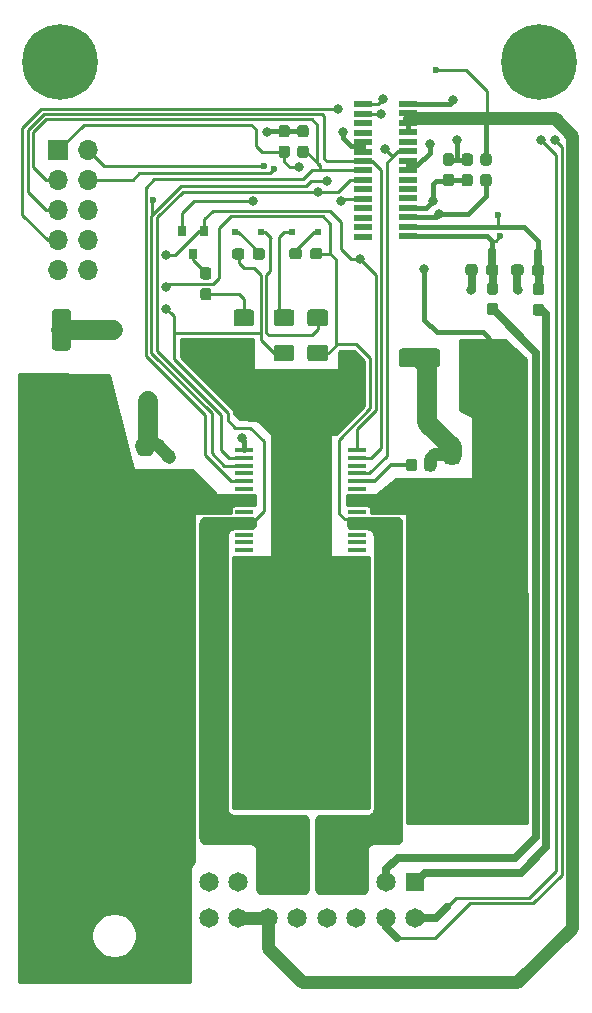
<source format=gbr>
G04 #@! TF.GenerationSoftware,KiCad,Pcbnew,(5.1.6)-1*
G04 #@! TF.CreationDate,2020-12-13T22:16:35+01:00*
G04 #@! TF.ProjectId,ETBC_2020,45544243-5f32-4303-9230-2e6b69636164,rev?*
G04 #@! TF.SameCoordinates,Original*
G04 #@! TF.FileFunction,Copper,L1,Top*
G04 #@! TF.FilePolarity,Positive*
%FSLAX46Y46*%
G04 Gerber Fmt 4.6, Leading zero omitted, Abs format (unit mm)*
G04 Created by KiCad (PCBNEW (5.1.6)-1) date 2020-12-13 22:16:35*
%MOMM*%
%LPD*%
G01*
G04 APERTURE LIST*
G04 #@! TA.AperFunction,ComponentPad*
%ADD10O,1.700000X1.700000*%
G04 #@! TD*
G04 #@! TA.AperFunction,ComponentPad*
%ADD11R,1.700000X1.700000*%
G04 #@! TD*
G04 #@! TA.AperFunction,SMDPad,CuDef*
%ADD12R,1.500000X0.550000*%
G04 #@! TD*
G04 #@! TA.AperFunction,ComponentPad*
%ADD13R,1.650000X1.650000*%
G04 #@! TD*
G04 #@! TA.AperFunction,ComponentPad*
%ADD14C,1.650000*%
G04 #@! TD*
G04 #@! TA.AperFunction,ComponentPad*
%ADD15C,0.800000*%
G04 #@! TD*
G04 #@! TA.AperFunction,ComponentPad*
%ADD16C,6.400000*%
G04 #@! TD*
G04 #@! TA.AperFunction,SMDPad,CuDef*
%ADD17R,6.000000X5.000000*%
G04 #@! TD*
G04 #@! TA.AperFunction,SMDPad,CuDef*
%ADD18R,0.800000X0.900000*%
G04 #@! TD*
G04 #@! TA.AperFunction,SMDPad,CuDef*
%ADD19R,0.500000X0.500000*%
G04 #@! TD*
G04 #@! TA.AperFunction,SMDPad,CuDef*
%ADD20R,1.650000X0.450000*%
G04 #@! TD*
G04 #@! TA.AperFunction,SMDPad,CuDef*
%ADD21R,4.800000X5.900000*%
G04 #@! TD*
G04 #@! TA.AperFunction,ViaPad*
%ADD22C,0.800000*%
G04 #@! TD*
G04 #@! TA.AperFunction,ViaPad*
%ADD23C,0.600000*%
G04 #@! TD*
G04 #@! TA.AperFunction,Conductor*
%ADD24C,0.635000*%
G04 #@! TD*
G04 #@! TA.AperFunction,Conductor*
%ADD25C,0.431800*%
G04 #@! TD*
G04 #@! TA.AperFunction,Conductor*
%ADD26C,1.651000*%
G04 #@! TD*
G04 #@! TA.AperFunction,Conductor*
%ADD27C,1.092200*%
G04 #@! TD*
G04 #@! TA.AperFunction,Conductor*
%ADD28C,0.250000*%
G04 #@! TD*
G04 #@! TA.AperFunction,Conductor*
%ADD29C,0.350000*%
G04 #@! TD*
G04 #@! TA.AperFunction,Conductor*
%ADD30C,0.254000*%
G04 #@! TD*
G04 APERTURE END LIST*
G04 #@! TA.AperFunction,SMDPad,CuDef*
G36*
G01*
X111925000Y-53025000D02*
X111925000Y-54125000D01*
G75*
G02*
X111675000Y-54375000I-250000J0D01*
G01*
X108675000Y-54375000D01*
G75*
G02*
X108425000Y-54125000I0J250000D01*
G01*
X108425000Y-53025000D01*
G75*
G02*
X108675000Y-52775000I250000J0D01*
G01*
X111675000Y-52775000D01*
G75*
G02*
X111925000Y-53025000I0J-250000D01*
G01*
G37*
G04 #@! TD.AperFunction*
G04 #@! TA.AperFunction,SMDPad,CuDef*
G36*
G01*
X117325000Y-53025000D02*
X117325000Y-54125000D01*
G75*
G02*
X117075000Y-54375000I-250000J0D01*
G01*
X114075000Y-54375000D01*
G75*
G02*
X113825000Y-54125000I0J250000D01*
G01*
X113825000Y-53025000D01*
G75*
G02*
X114075000Y-52775000I250000J0D01*
G01*
X117075000Y-52775000D01*
G75*
G02*
X117325000Y-53025000I0J-250000D01*
G01*
G37*
G04 #@! TD.AperFunction*
D10*
X82115000Y-46135000D03*
X79575000Y-46135000D03*
X82115000Y-43595000D03*
X79575000Y-43595000D03*
X82115000Y-41055000D03*
X79575000Y-41055000D03*
X82115000Y-38515000D03*
X79575000Y-38515000D03*
X82115000Y-35975000D03*
D11*
X79575000Y-35975000D03*
D12*
X109175000Y-32074600D03*
X105375000Y-32100000D03*
X109175000Y-32874600D03*
X105375000Y-32900000D03*
X109175000Y-33674600D03*
X105375000Y-33700000D03*
X109175000Y-34474600D03*
X105375000Y-34500000D03*
X109175000Y-35274600D03*
X105375000Y-35300000D03*
X109175000Y-36074600D03*
X105375000Y-36100000D03*
X109175000Y-36874600D03*
X105375000Y-36900000D03*
X109175000Y-37674600D03*
X105375000Y-37700000D03*
X109175000Y-38474600D03*
X105375000Y-38500000D03*
X109175000Y-39274600D03*
X105375000Y-39300000D03*
X109175000Y-40074600D03*
X105375000Y-40100000D03*
X109175000Y-40874600D03*
X105375000Y-40900000D03*
X109175000Y-41674600D03*
X105375000Y-41700000D03*
X109175000Y-42474600D03*
X105375000Y-42500000D03*
X109175000Y-43274600D03*
X105375000Y-43300000D03*
G04 #@! TA.AperFunction,SMDPad,CuDef*
G36*
G01*
X114449900Y-37302500D02*
X113974900Y-37302500D01*
G75*
G02*
X113737400Y-37065000I0J237500D01*
G01*
X113737400Y-36490000D01*
G75*
G02*
X113974900Y-36252500I237500J0D01*
G01*
X114449900Y-36252500D01*
G75*
G02*
X114687400Y-36490000I0J-237500D01*
G01*
X114687400Y-37065000D01*
G75*
G02*
X114449900Y-37302500I-237500J0D01*
G01*
G37*
G04 #@! TD.AperFunction*
G04 #@! TA.AperFunction,SMDPad,CuDef*
G36*
G01*
X114449900Y-39052500D02*
X113974900Y-39052500D01*
G75*
G02*
X113737400Y-38815000I0J237500D01*
G01*
X113737400Y-38240000D01*
G75*
G02*
X113974900Y-38002500I237500J0D01*
G01*
X114449900Y-38002500D01*
G75*
G02*
X114687400Y-38240000I0J-237500D01*
G01*
X114687400Y-38815000D01*
G75*
G02*
X114449900Y-39052500I-237500J0D01*
G01*
G37*
G04 #@! TD.AperFunction*
D13*
X109825000Y-97975000D03*
D14*
X107325000Y-97975000D03*
X104825000Y-97975000D03*
X102325000Y-97975000D03*
X99825000Y-97975000D03*
X97325000Y-97975000D03*
X94825000Y-97975000D03*
X92325000Y-97975000D03*
X89825000Y-97975000D03*
X109825000Y-100975000D03*
X107325000Y-100975000D03*
X104825000Y-100975000D03*
X102325000Y-100975000D03*
X99825000Y-100975000D03*
X97325000Y-100975000D03*
X94825000Y-100975000D03*
X92325000Y-100975000D03*
X89825000Y-100975000D03*
D15*
X101697056Y-86302944D03*
X100000000Y-85600000D03*
X98302944Y-86302944D03*
X97600000Y-88000000D03*
X98302944Y-89697056D03*
X100000000Y-90400000D03*
X101697056Y-89697056D03*
X102400000Y-88000000D03*
D16*
X100000000Y-88000000D03*
D17*
X82200000Y-78575000D03*
X114200000Y-78575000D03*
D15*
X121997056Y-26802944D03*
X120300000Y-26100000D03*
X118602944Y-26802944D03*
X117900000Y-28500000D03*
X118602944Y-30197056D03*
X120300000Y-30900000D03*
X121997056Y-30197056D03*
X122700000Y-28500000D03*
D16*
X120300000Y-28500000D03*
D15*
X81397056Y-26802944D03*
X79700000Y-26100000D03*
X78002944Y-26802944D03*
X77300000Y-28500000D03*
X78002944Y-30197056D03*
X79700000Y-30900000D03*
X81397056Y-30197056D03*
X82100000Y-28500000D03*
D16*
X79700000Y-28500000D03*
G04 #@! TA.AperFunction,SMDPad,CuDef*
G36*
G01*
X100537500Y-34900000D02*
X100062500Y-34900000D01*
G75*
G02*
X99825000Y-34662500I0J237500D01*
G01*
X99825000Y-34087500D01*
G75*
G02*
X100062500Y-33850000I237500J0D01*
G01*
X100537500Y-33850000D01*
G75*
G02*
X100775000Y-34087500I0J-237500D01*
G01*
X100775000Y-34662500D01*
G75*
G02*
X100537500Y-34900000I-237500J0D01*
G01*
G37*
G04 #@! TD.AperFunction*
G04 #@! TA.AperFunction,SMDPad,CuDef*
G36*
G01*
X100537500Y-36650000D02*
X100062500Y-36650000D01*
G75*
G02*
X99825000Y-36412500I0J237500D01*
G01*
X99825000Y-35837500D01*
G75*
G02*
X100062500Y-35600000I237500J0D01*
G01*
X100537500Y-35600000D01*
G75*
G02*
X100775000Y-35837500I0J-237500D01*
G01*
X100775000Y-36412500D01*
G75*
G02*
X100537500Y-36650000I-237500J0D01*
G01*
G37*
G04 #@! TD.AperFunction*
G04 #@! TA.AperFunction,SMDPad,CuDef*
G36*
G01*
X98962500Y-34900000D02*
X98487500Y-34900000D01*
G75*
G02*
X98250000Y-34662500I0J237500D01*
G01*
X98250000Y-34087500D01*
G75*
G02*
X98487500Y-33850000I237500J0D01*
G01*
X98962500Y-33850000D01*
G75*
G02*
X99200000Y-34087500I0J-237500D01*
G01*
X99200000Y-34662500D01*
G75*
G02*
X98962500Y-34900000I-237500J0D01*
G01*
G37*
G04 #@! TD.AperFunction*
G04 #@! TA.AperFunction,SMDPad,CuDef*
G36*
G01*
X98962500Y-36650000D02*
X98487500Y-36650000D01*
G75*
G02*
X98250000Y-36412500I0J237500D01*
G01*
X98250000Y-35837500D01*
G75*
G02*
X98487500Y-35600000I237500J0D01*
G01*
X98962500Y-35600000D01*
G75*
G02*
X99200000Y-35837500I0J-237500D01*
G01*
X99200000Y-36412500D01*
G75*
G02*
X98962500Y-36650000I-237500J0D01*
G01*
G37*
G04 #@! TD.AperFunction*
G04 #@! TA.AperFunction,SMDPad,CuDef*
G36*
G01*
X113350001Y-62575000D02*
X112499999Y-62575000D01*
G75*
G02*
X112250000Y-62325001I0J249999D01*
G01*
X112250000Y-61249999D01*
G75*
G02*
X112499999Y-61000000I249999J0D01*
G01*
X113350001Y-61000000D01*
G75*
G02*
X113600000Y-61249999I0J-249999D01*
G01*
X113600000Y-62325001D01*
G75*
G02*
X113350001Y-62575000I-249999J0D01*
G01*
G37*
G04 #@! TD.AperFunction*
G04 #@! TA.AperFunction,SMDPad,CuDef*
G36*
G01*
X113350001Y-65450000D02*
X112499999Y-65450000D01*
G75*
G02*
X112250000Y-65200001I0J249999D01*
G01*
X112250000Y-64124999D01*
G75*
G02*
X112499999Y-63875000I249999J0D01*
G01*
X113350001Y-63875000D01*
G75*
G02*
X113600000Y-64124999I0J-249999D01*
G01*
X113600000Y-65200001D01*
G75*
G02*
X113350001Y-65450000I-249999J0D01*
G01*
G37*
G04 #@! TD.AperFunction*
G04 #@! TA.AperFunction,SMDPad,CuDef*
G36*
G01*
X87380001Y-61850000D02*
X86529999Y-61850000D01*
G75*
G02*
X86280000Y-61600001I0J249999D01*
G01*
X86280000Y-60524999D01*
G75*
G02*
X86529999Y-60275000I249999J0D01*
G01*
X87380001Y-60275000D01*
G75*
G02*
X87630000Y-60524999I0J-249999D01*
G01*
X87630000Y-61600001D01*
G75*
G02*
X87380001Y-61850000I-249999J0D01*
G01*
G37*
G04 #@! TD.AperFunction*
G04 #@! TA.AperFunction,SMDPad,CuDef*
G36*
G01*
X87380001Y-64725000D02*
X86529999Y-64725000D01*
G75*
G02*
X86280000Y-64475001I0J249999D01*
G01*
X86280000Y-63399999D01*
G75*
G02*
X86529999Y-63150000I249999J0D01*
G01*
X87380001Y-63150000D01*
G75*
G02*
X87630000Y-63399999I0J-249999D01*
G01*
X87630000Y-64475001D01*
G75*
G02*
X87380001Y-64725000I-249999J0D01*
G01*
G37*
G04 #@! TD.AperFunction*
G04 #@! TA.AperFunction,SMDPad,CuDef*
G36*
G01*
X80400000Y-52950000D02*
X79300000Y-52950000D01*
G75*
G02*
X79050000Y-52700000I0J250000D01*
G01*
X79050000Y-49700000D01*
G75*
G02*
X79300000Y-49450000I250000J0D01*
G01*
X80400000Y-49450000D01*
G75*
G02*
X80650000Y-49700000I0J-250000D01*
G01*
X80650000Y-52700000D01*
G75*
G02*
X80400000Y-52950000I-250000J0D01*
G01*
G37*
G04 #@! TD.AperFunction*
G04 #@! TA.AperFunction,SMDPad,CuDef*
G36*
G01*
X80400000Y-58350000D02*
X79300000Y-58350000D01*
G75*
G02*
X79050000Y-58100000I0J250000D01*
G01*
X79050000Y-55100000D01*
G75*
G02*
X79300000Y-54850000I250000J0D01*
G01*
X80400000Y-54850000D01*
G75*
G02*
X80650000Y-55100000I0J-250000D01*
G01*
X80650000Y-58100000D01*
G75*
G02*
X80400000Y-58350000I-250000J0D01*
G01*
G37*
G04 #@! TD.AperFunction*
G04 #@! TA.AperFunction,SMDPad,CuDef*
G36*
G01*
X95925000Y-50900000D02*
X94675000Y-50900000D01*
G75*
G02*
X94425000Y-50650000I0J250000D01*
G01*
X94425000Y-49725000D01*
G75*
G02*
X94675000Y-49475000I250000J0D01*
G01*
X95925000Y-49475000D01*
G75*
G02*
X96175000Y-49725000I0J-250000D01*
G01*
X96175000Y-50650000D01*
G75*
G02*
X95925000Y-50900000I-250000J0D01*
G01*
G37*
G04 #@! TD.AperFunction*
G04 #@! TA.AperFunction,SMDPad,CuDef*
G36*
G01*
X95925000Y-53875000D02*
X94675000Y-53875000D01*
G75*
G02*
X94425000Y-53625000I0J250000D01*
G01*
X94425000Y-52700000D01*
G75*
G02*
X94675000Y-52450000I250000J0D01*
G01*
X95925000Y-52450000D01*
G75*
G02*
X96175000Y-52700000I0J-250000D01*
G01*
X96175000Y-53625000D01*
G75*
G02*
X95925000Y-53875000I-250000J0D01*
G01*
G37*
G04 #@! TD.AperFunction*
G04 #@! TA.AperFunction,SMDPad,CuDef*
G36*
G01*
X100927200Y-52450000D02*
X102177200Y-52450000D01*
G75*
G02*
X102427200Y-52700000I0J-250000D01*
G01*
X102427200Y-53625000D01*
G75*
G02*
X102177200Y-53875000I-250000J0D01*
G01*
X100927200Y-53875000D01*
G75*
G02*
X100677200Y-53625000I0J250000D01*
G01*
X100677200Y-52700000D01*
G75*
G02*
X100927200Y-52450000I250000J0D01*
G01*
G37*
G04 #@! TD.AperFunction*
G04 #@! TA.AperFunction,SMDPad,CuDef*
G36*
G01*
X100927200Y-49475000D02*
X102177200Y-49475000D01*
G75*
G02*
X102427200Y-49725000I0J-250000D01*
G01*
X102427200Y-50650000D01*
G75*
G02*
X102177200Y-50900000I-250000J0D01*
G01*
X100927200Y-50900000D01*
G75*
G02*
X100677200Y-50650000I0J250000D01*
G01*
X100677200Y-49725000D01*
G75*
G02*
X100927200Y-49475000I250000J0D01*
G01*
G37*
G04 #@! TD.AperFunction*
G04 #@! TA.AperFunction,SMDPad,CuDef*
G36*
G01*
X98075000Y-52450000D02*
X99325000Y-52450000D01*
G75*
G02*
X99575000Y-52700000I0J-250000D01*
G01*
X99575000Y-53625000D01*
G75*
G02*
X99325000Y-53875000I-250000J0D01*
G01*
X98075000Y-53875000D01*
G75*
G02*
X97825000Y-53625000I0J250000D01*
G01*
X97825000Y-52700000D01*
G75*
G02*
X98075000Y-52450000I250000J0D01*
G01*
G37*
G04 #@! TD.AperFunction*
G04 #@! TA.AperFunction,SMDPad,CuDef*
G36*
G01*
X98075000Y-49475000D02*
X99325000Y-49475000D01*
G75*
G02*
X99575000Y-49725000I0J-250000D01*
G01*
X99575000Y-50650000D01*
G75*
G02*
X99325000Y-50900000I-250000J0D01*
G01*
X98075000Y-50900000D01*
G75*
G02*
X97825000Y-50650000I0J250000D01*
G01*
X97825000Y-49725000D01*
G75*
G02*
X98075000Y-49475000I250000J0D01*
G01*
G37*
G04 #@! TD.AperFunction*
G04 #@! TA.AperFunction,SMDPad,CuDef*
G36*
G01*
X91837500Y-47650000D02*
X92312500Y-47650000D01*
G75*
G02*
X92550000Y-47887500I0J-237500D01*
G01*
X92550000Y-48462500D01*
G75*
G02*
X92312500Y-48700000I-237500J0D01*
G01*
X91837500Y-48700000D01*
G75*
G02*
X91600000Y-48462500I0J237500D01*
G01*
X91600000Y-47887500D01*
G75*
G02*
X91837500Y-47650000I237500J0D01*
G01*
G37*
G04 #@! TD.AperFunction*
G04 #@! TA.AperFunction,SMDPad,CuDef*
G36*
G01*
X91837500Y-45900000D02*
X92312500Y-45900000D01*
G75*
G02*
X92550000Y-46137500I0J-237500D01*
G01*
X92550000Y-46712500D01*
G75*
G02*
X92312500Y-46950000I-237500J0D01*
G01*
X91837500Y-46950000D01*
G75*
G02*
X91600000Y-46712500I0J237500D01*
G01*
X91600000Y-46137500D01*
G75*
G02*
X91837500Y-45900000I237500J0D01*
G01*
G37*
G04 #@! TD.AperFunction*
D18*
X90975000Y-44800000D03*
X90025000Y-42800000D03*
X91925000Y-42800000D03*
D19*
X96725000Y-42875000D03*
X94525000Y-42875000D03*
X99400000Y-42925000D03*
X101600000Y-42925000D03*
D20*
X95350000Y-61400000D03*
X95350000Y-62050000D03*
X95350000Y-62700000D03*
X95350000Y-63350000D03*
X95350000Y-64000000D03*
X95350000Y-64650000D03*
X95350000Y-65300000D03*
X95350000Y-65950000D03*
X95350000Y-66600000D03*
X95350000Y-67250000D03*
X95350000Y-67900000D03*
X95350000Y-68550000D03*
X95350000Y-69200000D03*
X95350000Y-69850000D03*
X95350000Y-70500000D03*
X95350000Y-71150000D03*
X104900000Y-71150000D03*
X104900000Y-70500000D03*
X104900000Y-69850000D03*
X104900000Y-69200000D03*
X104900000Y-68550000D03*
X104900000Y-67900000D03*
X104900000Y-67250000D03*
X104900000Y-66600000D03*
X104900000Y-65950000D03*
X104900000Y-65300000D03*
X104900000Y-64650000D03*
X104900000Y-64000000D03*
X104900000Y-63350000D03*
X104900000Y-62700000D03*
X104900000Y-62050000D03*
X104900000Y-61400000D03*
D21*
X100125000Y-66275000D03*
G04 #@! TA.AperFunction,SMDPad,CuDef*
G36*
G01*
X116037500Y-37300000D02*
X115562500Y-37300000D01*
G75*
G02*
X115325000Y-37062500I0J237500D01*
G01*
X115325000Y-36487500D01*
G75*
G02*
X115562500Y-36250000I237500J0D01*
G01*
X116037500Y-36250000D01*
G75*
G02*
X116275000Y-36487500I0J-237500D01*
G01*
X116275000Y-37062500D01*
G75*
G02*
X116037500Y-37300000I-237500J0D01*
G01*
G37*
G04 #@! TD.AperFunction*
G04 #@! TA.AperFunction,SMDPad,CuDef*
G36*
G01*
X116037500Y-39050000D02*
X115562500Y-39050000D01*
G75*
G02*
X115325000Y-38812500I0J237500D01*
G01*
X115325000Y-38237500D01*
G75*
G02*
X115562500Y-38000000I237500J0D01*
G01*
X116037500Y-38000000D01*
G75*
G02*
X116275000Y-38237500I0J-237500D01*
G01*
X116275000Y-38812500D01*
G75*
G02*
X116037500Y-39050000I-237500J0D01*
G01*
G37*
G04 #@! TD.AperFunction*
G04 #@! TA.AperFunction,SMDPad,CuDef*
G36*
G01*
X95350000Y-44537500D02*
X95350000Y-45012500D01*
G75*
G02*
X95112500Y-45250000I-237500J0D01*
G01*
X94537500Y-45250000D01*
G75*
G02*
X94300000Y-45012500I0J237500D01*
G01*
X94300000Y-44537500D01*
G75*
G02*
X94537500Y-44300000I237500J0D01*
G01*
X95112500Y-44300000D01*
G75*
G02*
X95350000Y-44537500I0J-237500D01*
G01*
G37*
G04 #@! TD.AperFunction*
G04 #@! TA.AperFunction,SMDPad,CuDef*
G36*
G01*
X97100000Y-44537500D02*
X97100000Y-45012500D01*
G75*
G02*
X96862500Y-45250000I-237500J0D01*
G01*
X96287500Y-45250000D01*
G75*
G02*
X96050000Y-45012500I0J237500D01*
G01*
X96050000Y-44537500D01*
G75*
G02*
X96287500Y-44300000I237500J0D01*
G01*
X96862500Y-44300000D01*
G75*
G02*
X97100000Y-44537500I0J-237500D01*
G01*
G37*
G04 #@! TD.AperFunction*
G04 #@! TA.AperFunction,SMDPad,CuDef*
G36*
G01*
X100900000Y-44987500D02*
X100900000Y-44512500D01*
G75*
G02*
X101137500Y-44275000I237500J0D01*
G01*
X101712500Y-44275000D01*
G75*
G02*
X101950000Y-44512500I0J-237500D01*
G01*
X101950000Y-44987500D01*
G75*
G02*
X101712500Y-45225000I-237500J0D01*
G01*
X101137500Y-45225000D01*
G75*
G02*
X100900000Y-44987500I0J237500D01*
G01*
G37*
G04 #@! TD.AperFunction*
G04 #@! TA.AperFunction,SMDPad,CuDef*
G36*
G01*
X99150000Y-44987500D02*
X99150000Y-44512500D01*
G75*
G02*
X99387500Y-44275000I237500J0D01*
G01*
X99962500Y-44275000D01*
G75*
G02*
X100200000Y-44512500I0J-237500D01*
G01*
X100200000Y-44987500D01*
G75*
G02*
X99962500Y-45225000I-237500J0D01*
G01*
X99387500Y-45225000D01*
G75*
G02*
X99150000Y-44987500I0J237500D01*
G01*
G37*
G04 #@! TD.AperFunction*
G04 #@! TA.AperFunction,SMDPad,CuDef*
G36*
G01*
X116116000Y-48916400D02*
X116591000Y-48916400D01*
G75*
G02*
X116828500Y-49153900I0J-237500D01*
G01*
X116828500Y-49728900D01*
G75*
G02*
X116591000Y-49966400I-237500J0D01*
G01*
X116116000Y-49966400D01*
G75*
G02*
X115878500Y-49728900I0J237500D01*
G01*
X115878500Y-49153900D01*
G75*
G02*
X116116000Y-48916400I237500J0D01*
G01*
G37*
G04 #@! TD.AperFunction*
G04 #@! TA.AperFunction,SMDPad,CuDef*
G36*
G01*
X116116000Y-47166400D02*
X116591000Y-47166400D01*
G75*
G02*
X116828500Y-47403900I0J-237500D01*
G01*
X116828500Y-47978900D01*
G75*
G02*
X116591000Y-48216400I-237500J0D01*
G01*
X116116000Y-48216400D01*
G75*
G02*
X115878500Y-47978900I0J237500D01*
G01*
X115878500Y-47403900D01*
G75*
G02*
X116116000Y-47166400I237500J0D01*
G01*
G37*
G04 #@! TD.AperFunction*
G04 #@! TA.AperFunction,SMDPad,CuDef*
G36*
G01*
X120012500Y-48975000D02*
X120487500Y-48975000D01*
G75*
G02*
X120725000Y-49212500I0J-237500D01*
G01*
X120725000Y-49787500D01*
G75*
G02*
X120487500Y-50025000I-237500J0D01*
G01*
X120012500Y-50025000D01*
G75*
G02*
X119775000Y-49787500I0J237500D01*
G01*
X119775000Y-49212500D01*
G75*
G02*
X120012500Y-48975000I237500J0D01*
G01*
G37*
G04 #@! TD.AperFunction*
G04 #@! TA.AperFunction,SMDPad,CuDef*
G36*
G01*
X120012500Y-47225000D02*
X120487500Y-47225000D01*
G75*
G02*
X120725000Y-47462500I0J-237500D01*
G01*
X120725000Y-48037500D01*
G75*
G02*
X120487500Y-48275000I-237500J0D01*
G01*
X120012500Y-48275000D01*
G75*
G02*
X119775000Y-48037500I0J237500D01*
G01*
X119775000Y-47462500D01*
G75*
G02*
X120012500Y-47225000I237500J0D01*
G01*
G37*
G04 #@! TD.AperFunction*
G04 #@! TA.AperFunction,SMDPad,CuDef*
G36*
G01*
X111287500Y-63175000D02*
X110812500Y-63175000D01*
G75*
G02*
X110575000Y-62937500I0J237500D01*
G01*
X110575000Y-62362500D01*
G75*
G02*
X110812500Y-62125000I237500J0D01*
G01*
X111287500Y-62125000D01*
G75*
G02*
X111525000Y-62362500I0J-237500D01*
G01*
X111525000Y-62937500D01*
G75*
G02*
X111287500Y-63175000I-237500J0D01*
G01*
G37*
G04 #@! TD.AperFunction*
G04 #@! TA.AperFunction,SMDPad,CuDef*
G36*
G01*
X111287500Y-64925000D02*
X110812500Y-64925000D01*
G75*
G02*
X110575000Y-64687500I0J237500D01*
G01*
X110575000Y-64112500D01*
G75*
G02*
X110812500Y-63875000I237500J0D01*
G01*
X111287500Y-63875000D01*
G75*
G02*
X111525000Y-64112500I0J-237500D01*
G01*
X111525000Y-64687500D01*
G75*
G02*
X111287500Y-64925000I-237500J0D01*
G01*
G37*
G04 #@! TD.AperFunction*
G04 #@! TA.AperFunction,SMDPad,CuDef*
G36*
G01*
X109737500Y-63175000D02*
X109262500Y-63175000D01*
G75*
G02*
X109025000Y-62937500I0J237500D01*
G01*
X109025000Y-62362500D01*
G75*
G02*
X109262500Y-62125000I237500J0D01*
G01*
X109737500Y-62125000D01*
G75*
G02*
X109975000Y-62362500I0J-237500D01*
G01*
X109975000Y-62937500D01*
G75*
G02*
X109737500Y-63175000I-237500J0D01*
G01*
G37*
G04 #@! TD.AperFunction*
G04 #@! TA.AperFunction,SMDPad,CuDef*
G36*
G01*
X109737500Y-64925000D02*
X109262500Y-64925000D01*
G75*
G02*
X109025000Y-64687500I0J237500D01*
G01*
X109025000Y-64112500D01*
G75*
G02*
X109262500Y-63875000I237500J0D01*
G01*
X109737500Y-63875000D01*
G75*
G02*
X109975000Y-64112500I0J-237500D01*
G01*
X109975000Y-64687500D01*
G75*
G02*
X109737500Y-64925000I-237500J0D01*
G01*
G37*
G04 #@! TD.AperFunction*
G04 #@! TA.AperFunction,SMDPad,CuDef*
G36*
G01*
X105775000Y-87337500D02*
X105775000Y-87812500D01*
G75*
G02*
X105537500Y-88050000I-237500J0D01*
G01*
X104962500Y-88050000D01*
G75*
G02*
X104725000Y-87812500I0J237500D01*
G01*
X104725000Y-87337500D01*
G75*
G02*
X104962500Y-87100000I237500J0D01*
G01*
X105537500Y-87100000D01*
G75*
G02*
X105775000Y-87337500I0J-237500D01*
G01*
G37*
G04 #@! TD.AperFunction*
G04 #@! TA.AperFunction,SMDPad,CuDef*
G36*
G01*
X107525000Y-87337500D02*
X107525000Y-87812500D01*
G75*
G02*
X107287500Y-88050000I-237500J0D01*
G01*
X106712500Y-88050000D01*
G75*
G02*
X106475000Y-87812500I0J237500D01*
G01*
X106475000Y-87337500D01*
G75*
G02*
X106712500Y-87100000I237500J0D01*
G01*
X107287500Y-87100000D01*
G75*
G02*
X107525000Y-87337500I0J-237500D01*
G01*
G37*
G04 #@! TD.AperFunction*
G04 #@! TA.AperFunction,SMDPad,CuDef*
G36*
G01*
X94475000Y-87837500D02*
X94475000Y-87362500D01*
G75*
G02*
X94712500Y-87125000I237500J0D01*
G01*
X95287500Y-87125000D01*
G75*
G02*
X95525000Y-87362500I0J-237500D01*
G01*
X95525000Y-87837500D01*
G75*
G02*
X95287500Y-88075000I-237500J0D01*
G01*
X94712500Y-88075000D01*
G75*
G02*
X94475000Y-87837500I0J237500D01*
G01*
G37*
G04 #@! TD.AperFunction*
G04 #@! TA.AperFunction,SMDPad,CuDef*
G36*
G01*
X92725000Y-87837500D02*
X92725000Y-87362500D01*
G75*
G02*
X92962500Y-87125000I237500J0D01*
G01*
X93537500Y-87125000D01*
G75*
G02*
X93775000Y-87362500I0J-237500D01*
G01*
X93775000Y-87837500D01*
G75*
G02*
X93537500Y-88075000I-237500J0D01*
G01*
X92962500Y-88075000D01*
G75*
G02*
X92725000Y-87837500I0J237500D01*
G01*
G37*
G04 #@! TD.AperFunction*
G04 #@! TA.AperFunction,SMDPad,CuDef*
G36*
G01*
X89192500Y-62450000D02*
X88717500Y-62450000D01*
G75*
G02*
X88480000Y-62212500I0J237500D01*
G01*
X88480000Y-61637500D01*
G75*
G02*
X88717500Y-61400000I237500J0D01*
G01*
X89192500Y-61400000D01*
G75*
G02*
X89430000Y-61637500I0J-237500D01*
G01*
X89430000Y-62212500D01*
G75*
G02*
X89192500Y-62450000I-237500J0D01*
G01*
G37*
G04 #@! TD.AperFunction*
G04 #@! TA.AperFunction,SMDPad,CuDef*
G36*
G01*
X89192500Y-64200000D02*
X88717500Y-64200000D01*
G75*
G02*
X88480000Y-63962500I0J237500D01*
G01*
X88480000Y-63387500D01*
G75*
G02*
X88717500Y-63150000I237500J0D01*
G01*
X89192500Y-63150000D01*
G75*
G02*
X89430000Y-63387500I0J-237500D01*
G01*
X89430000Y-63962500D01*
G75*
G02*
X89192500Y-64200000I-237500J0D01*
G01*
G37*
G04 #@! TD.AperFunction*
G04 #@! TA.AperFunction,SMDPad,CuDef*
G36*
G01*
X112862400Y-37301200D02*
X112387400Y-37301200D01*
G75*
G02*
X112149900Y-37063700I0J237500D01*
G01*
X112149900Y-36488700D01*
G75*
G02*
X112387400Y-36251200I237500J0D01*
G01*
X112862400Y-36251200D01*
G75*
G02*
X113099900Y-36488700I0J-237500D01*
G01*
X113099900Y-37063700D01*
G75*
G02*
X112862400Y-37301200I-237500J0D01*
G01*
G37*
G04 #@! TD.AperFunction*
G04 #@! TA.AperFunction,SMDPad,CuDef*
G36*
G01*
X112862400Y-39051200D02*
X112387400Y-39051200D01*
G75*
G02*
X112149900Y-38813700I0J237500D01*
G01*
X112149900Y-38238700D01*
G75*
G02*
X112387400Y-38001200I237500J0D01*
G01*
X112862400Y-38001200D01*
G75*
G02*
X113099900Y-38238700I0J-237500D01*
G01*
X113099900Y-38813700D01*
G75*
G02*
X112862400Y-39051200I-237500J0D01*
G01*
G37*
G04 #@! TD.AperFunction*
G04 #@! TA.AperFunction,SMDPad,CuDef*
G36*
G01*
X115100500Y-45877800D02*
X115100500Y-46352800D01*
G75*
G02*
X114863000Y-46590300I-237500J0D01*
G01*
X114288000Y-46590300D01*
G75*
G02*
X114050500Y-46352800I0J237500D01*
G01*
X114050500Y-45877800D01*
G75*
G02*
X114288000Y-45640300I237500J0D01*
G01*
X114863000Y-45640300D01*
G75*
G02*
X115100500Y-45877800I0J-237500D01*
G01*
G37*
G04 #@! TD.AperFunction*
G04 #@! TA.AperFunction,SMDPad,CuDef*
G36*
G01*
X116850500Y-45877800D02*
X116850500Y-46352800D01*
G75*
G02*
X116613000Y-46590300I-237500J0D01*
G01*
X116038000Y-46590300D01*
G75*
G02*
X115800500Y-46352800I0J237500D01*
G01*
X115800500Y-45877800D01*
G75*
G02*
X116038000Y-45640300I237500J0D01*
G01*
X116613000Y-45640300D01*
G75*
G02*
X116850500Y-45877800I0J-237500D01*
G01*
G37*
G04 #@! TD.AperFunction*
G04 #@! TA.AperFunction,SMDPad,CuDef*
G36*
G01*
X118982200Y-45903200D02*
X118982200Y-46378200D01*
G75*
G02*
X118744700Y-46615700I-237500J0D01*
G01*
X118169700Y-46615700D01*
G75*
G02*
X117932200Y-46378200I0J237500D01*
G01*
X117932200Y-45903200D01*
G75*
G02*
X118169700Y-45665700I237500J0D01*
G01*
X118744700Y-45665700D01*
G75*
G02*
X118982200Y-45903200I0J-237500D01*
G01*
G37*
G04 #@! TD.AperFunction*
G04 #@! TA.AperFunction,SMDPad,CuDef*
G36*
G01*
X120732200Y-45903200D02*
X120732200Y-46378200D01*
G75*
G02*
X120494700Y-46615700I-237500J0D01*
G01*
X119919700Y-46615700D01*
G75*
G02*
X119682200Y-46378200I0J237500D01*
G01*
X119682200Y-45903200D01*
G75*
G02*
X119919700Y-45665700I237500J0D01*
G01*
X120494700Y-45665700D01*
G75*
G02*
X120732200Y-45903200I0J-237500D01*
G01*
G37*
G04 #@! TD.AperFunction*
D22*
X95150000Y-60375000D03*
X118475000Y-47825000D03*
X114575000Y-47825000D03*
X97275000Y-34475000D03*
X87150000Y-59225000D03*
X110725000Y-57775000D03*
X110725000Y-55975000D03*
X111875000Y-60200000D03*
X103675000Y-34475000D03*
X111025000Y-35425000D03*
X113325000Y-35100000D03*
X94875000Y-72100000D03*
X96375000Y-72100000D03*
X97875000Y-72100000D03*
X99375000Y-72100000D03*
X100875000Y-72100000D03*
X102375000Y-72100000D03*
X103875000Y-72100000D03*
X105375000Y-72100000D03*
X94875000Y-73600000D03*
X96375000Y-73600000D03*
X97875000Y-73600000D03*
X99375000Y-73600000D03*
X100875000Y-73600000D03*
X102375000Y-73600000D03*
X103875000Y-73600000D03*
X105375000Y-73600000D03*
X94875000Y-75100000D03*
X96375000Y-75100000D03*
X97875000Y-75100000D03*
X99375000Y-75100000D03*
X100875000Y-75100000D03*
X102375000Y-75100000D03*
X103875000Y-75100000D03*
X105375000Y-75100000D03*
X94875000Y-76600000D03*
X96375000Y-76600000D03*
X97875000Y-76600000D03*
X99375000Y-76600000D03*
X100875000Y-76600000D03*
X102375000Y-76600000D03*
X103875000Y-76600000D03*
X105375000Y-76600000D03*
X94875000Y-78100000D03*
X96375000Y-78100000D03*
X97875000Y-78100000D03*
X99375000Y-78100000D03*
X100875000Y-78100000D03*
X102375000Y-78100000D03*
X103875000Y-78100000D03*
X105375000Y-78100000D03*
X94875000Y-79600000D03*
X96375000Y-79600000D03*
X97875000Y-79600000D03*
X99375000Y-79600000D03*
X100875000Y-79600000D03*
X102375000Y-79600000D03*
X103875000Y-79600000D03*
X105375000Y-79600000D03*
X94875000Y-81100000D03*
X96375000Y-81100000D03*
X97875000Y-81100000D03*
X99375000Y-81100000D03*
X100875000Y-81100000D03*
X102375000Y-81100000D03*
X103875000Y-81100000D03*
X105375000Y-81100000D03*
X94875000Y-82600000D03*
X96375000Y-82600000D03*
X97875000Y-82600000D03*
X99375000Y-82600000D03*
X100875000Y-82600000D03*
X102375000Y-82600000D03*
X103875000Y-82600000D03*
X105375000Y-82600000D03*
X94875000Y-84100000D03*
X96375000Y-84100000D03*
X103875000Y-84100000D03*
X105375000Y-84100000D03*
X94875000Y-85600000D03*
X105375000Y-85600000D03*
X98175000Y-60300000D03*
X99475000Y-60300000D03*
X100775000Y-60300000D03*
X102075000Y-60300000D03*
X98175000Y-61600000D03*
X99475000Y-61600000D03*
X100775000Y-61600000D03*
X102075000Y-61600000D03*
X98175000Y-62900000D03*
X99475000Y-62900000D03*
X100775000Y-62900000D03*
X102075000Y-62900000D03*
X98175000Y-64200000D03*
X99475000Y-64200000D03*
X100775000Y-64200000D03*
X102075000Y-64200000D03*
X98175000Y-65500000D03*
X99475000Y-65500000D03*
X100775000Y-65500000D03*
X102075000Y-65500000D03*
X98175000Y-66800000D03*
X99475000Y-66800000D03*
X100775000Y-66800000D03*
X102075000Y-66800000D03*
X98175000Y-68100000D03*
X99475000Y-68100000D03*
X100775000Y-68100000D03*
X102075000Y-68100000D03*
X98175000Y-69400000D03*
X99475000Y-69400000D03*
X100775000Y-69400000D03*
X102075000Y-69400000D03*
X98175000Y-70700000D03*
X99475000Y-70700000D03*
X100775000Y-70700000D03*
X102075000Y-70700000D03*
X91050000Y-52475000D03*
X92350000Y-52475000D03*
X93650000Y-52475000D03*
X91050000Y-53775000D03*
X92350000Y-53775000D03*
X93650000Y-53775000D03*
X104050000Y-53775000D03*
X92350000Y-55075000D03*
X93650000Y-55075000D03*
X94950000Y-55075000D03*
X96250000Y-55075000D03*
X97550000Y-55075000D03*
X98850000Y-55075000D03*
X100150000Y-55075000D03*
X101450000Y-55075000D03*
X102750000Y-55075000D03*
X104050000Y-55075000D03*
X93650000Y-56375000D03*
X94950000Y-56375000D03*
X96250000Y-56375000D03*
X97550000Y-56375000D03*
X98850000Y-56375000D03*
X100150000Y-56375000D03*
X101450000Y-56375000D03*
X102750000Y-56375000D03*
X104050000Y-56375000D03*
X94950000Y-57675000D03*
X96250000Y-57675000D03*
X97550000Y-57675000D03*
X98850000Y-57675000D03*
X100150000Y-57675000D03*
X101450000Y-57675000D03*
X102750000Y-57675000D03*
X104050000Y-57675000D03*
X97550000Y-58975000D03*
X98850000Y-58975000D03*
X100150000Y-58975000D03*
X101450000Y-58975000D03*
X102750000Y-58975000D03*
X103525000Y-40300000D03*
X110912500Y-59137500D03*
X87150000Y-58250000D03*
X87150000Y-57250000D03*
X81425000Y-51200000D03*
X82550000Y-51200000D03*
X83900000Y-51200000D03*
D23*
X96999998Y-37300000D03*
X116800000Y-41460000D03*
X117025000Y-43275000D03*
X97875000Y-37600000D03*
D22*
X111325000Y-40300000D03*
X102375000Y-38575000D03*
D23*
X87650010Y-40225000D03*
D22*
X88740000Y-49400000D03*
X88725000Y-47575000D03*
D23*
X111550000Y-29225000D03*
D22*
X96050000Y-40250000D03*
X105100000Y-45200000D03*
X111850000Y-41400000D03*
X88750000Y-44825000D03*
X107075000Y-31650000D03*
X121625000Y-35100000D03*
X120475000Y-35125000D03*
X106875000Y-32900000D03*
X100000000Y-37425000D03*
X101600000Y-39525000D03*
X107250000Y-35875000D03*
X103300002Y-32475000D03*
X113025000Y-31775000D03*
X110575000Y-46050000D03*
D24*
X118430500Y-46114000D02*
X118457200Y-46140700D01*
X114537400Y-46077200D02*
X114575500Y-46115300D01*
X114575500Y-46115300D02*
X114575500Y-47824500D01*
X114575500Y-47824500D02*
X114575000Y-47825000D01*
X118450000Y-46133500D02*
X118457200Y-46140700D01*
X118457200Y-47807200D02*
X118475000Y-47825000D01*
X118457200Y-46140700D02*
X118457200Y-47807200D01*
D25*
X100300000Y-34375000D02*
X98725000Y-34375000D01*
X97375000Y-34375000D02*
X97275000Y-34475000D01*
X98725000Y-34375000D02*
X97375000Y-34375000D01*
D26*
X87150000Y-57250000D02*
X87150000Y-57250000D01*
D27*
X111425000Y-61750000D02*
X112887500Y-61750000D01*
X111050000Y-62650000D02*
X111050000Y-62125000D01*
D26*
X112887500Y-61750000D02*
X112925000Y-61787500D01*
D27*
X111050000Y-62125000D02*
X111425000Y-61750000D01*
D26*
X87150000Y-57250000D02*
X87150000Y-58125000D01*
X110775000Y-59000000D02*
X110775000Y-59000000D01*
D25*
X105375000Y-36100000D02*
X105375000Y-35300000D01*
X103675000Y-34975000D02*
X103675000Y-34475000D01*
X105375000Y-35675000D02*
X104375000Y-35675000D01*
X104375000Y-35675000D02*
X103675000Y-34975000D01*
X103675000Y-34475000D02*
X103675000Y-34425000D01*
X109175000Y-37674600D02*
X109175000Y-36874600D01*
X111025000Y-36206400D02*
X111025000Y-35425000D01*
X109175000Y-37250000D02*
X109981400Y-37250000D01*
X109981400Y-37250000D02*
X111025000Y-36206400D01*
X114211100Y-36776200D02*
X114212400Y-36777500D01*
X113326200Y-35101200D02*
X113325000Y-35100000D01*
X113326200Y-36776200D02*
X114211100Y-36776200D01*
X113326200Y-36776200D02*
X113326200Y-35101200D01*
X112624900Y-36776200D02*
X113326200Y-36776200D01*
D28*
X105375000Y-40100000D02*
X103725000Y-40100000D01*
X103725000Y-40100000D02*
X103525000Y-40300000D01*
D26*
X110775000Y-54175000D02*
X110175000Y-53575000D01*
X110775000Y-59000000D02*
X110775000Y-54175000D01*
X112925000Y-61787500D02*
X112925000Y-61150000D01*
X112925000Y-61150000D02*
X110912500Y-59137500D01*
X110912500Y-59137500D02*
X110775000Y-59000000D01*
D25*
X95350000Y-61400000D02*
X95350000Y-60575000D01*
X95350000Y-60575000D02*
X95150000Y-60375000D01*
D27*
X87930000Y-60900000D02*
X87537500Y-60900000D01*
X88955000Y-61925000D02*
X87930000Y-60900000D01*
D26*
X87150000Y-60867500D02*
X86955000Y-61062500D01*
X87150000Y-59225000D02*
X87150000Y-60867500D01*
X79850000Y-51200000D02*
X81425000Y-51200000D01*
X87150000Y-58125000D02*
X87150000Y-59225000D01*
X87150000Y-57250000D02*
X87150000Y-57250000D01*
X81425000Y-51200000D02*
X82550000Y-51200000D01*
X82550000Y-51200000D02*
X83900000Y-51200000D01*
X83900000Y-51200000D02*
X84250000Y-51200000D01*
D24*
X120250000Y-46183500D02*
X120207200Y-46140700D01*
X120250000Y-47750000D02*
X120250000Y-46183500D01*
X120207200Y-46140700D02*
X120207200Y-44582200D01*
D25*
X120200000Y-43675000D02*
X120200000Y-44575000D01*
X119000000Y-42475000D02*
X120200000Y-43675000D01*
X111682536Y-42475000D02*
X117800000Y-42475000D01*
X109175000Y-42474600D02*
X109175400Y-42475000D01*
X109175400Y-42475000D02*
X111682536Y-42475000D01*
X118300000Y-42475000D02*
X119000000Y-42475000D01*
X117800000Y-42475000D02*
X118300000Y-42475000D01*
D28*
X96949998Y-37350000D02*
X96999998Y-37300000D01*
X82115000Y-35975000D02*
X83490000Y-37350000D01*
X83490000Y-37350000D02*
X96949998Y-37350000D01*
X116810000Y-41470000D02*
X116800000Y-41460000D01*
X116810000Y-42475000D02*
X116810000Y-41470000D01*
D24*
X116353500Y-46143300D02*
X116325500Y-46115300D01*
X116353500Y-47691400D02*
X116353500Y-46143300D01*
X116325500Y-44541000D02*
X116325000Y-44540500D01*
X116325500Y-46115300D02*
X116325500Y-44541000D01*
D25*
X116325000Y-43675000D02*
X116325000Y-44540500D01*
X115924600Y-43274600D02*
X116325000Y-43675000D01*
X112674600Y-43274600D02*
X115924600Y-43274600D01*
X109175000Y-43274600D02*
X112674600Y-43274600D01*
D28*
X116325000Y-43675000D02*
X116625000Y-43675000D01*
X116625000Y-43675000D02*
X117025000Y-43275000D01*
X85899213Y-38515000D02*
X82115000Y-38515000D01*
X86464212Y-37950001D02*
X85899213Y-38515000D01*
X97875000Y-37600000D02*
X97524999Y-37950001D01*
X97524999Y-37950001D02*
X86464212Y-37950001D01*
X111325000Y-40300000D02*
X111225000Y-40400000D01*
D25*
X110750400Y-40874600D02*
X109175000Y-40874600D01*
X111225000Y-40400000D02*
X110750400Y-40874600D01*
X111325000Y-38825000D02*
X111400000Y-38750000D01*
X111325000Y-40300000D02*
X111325000Y-38825000D01*
X112551100Y-38600000D02*
X112624900Y-38526200D01*
X111325000Y-38825000D02*
X111550000Y-38600000D01*
X111550000Y-38600000D02*
X112551100Y-38600000D01*
X114211100Y-38526200D02*
X114212400Y-38527500D01*
X112624900Y-38526200D02*
X114211100Y-38526200D01*
D28*
X87499991Y-40375019D02*
X87650010Y-40225000D01*
X87499991Y-41500009D02*
X87499991Y-40375019D01*
X87450000Y-41550000D02*
X87499991Y-41500009D01*
X92575000Y-61650000D02*
X92575000Y-58263590D01*
X87450000Y-53138590D02*
X87450000Y-41550000D01*
X92575000Y-58263590D02*
X87450000Y-53138590D01*
X93625000Y-62700000D02*
X92575000Y-61650000D01*
X95350000Y-62700000D02*
X93625000Y-62700000D01*
X101000000Y-38575000D02*
X102375000Y-38575000D01*
X100575000Y-39000000D02*
X101000000Y-38575000D01*
X87499991Y-41500009D02*
X90000000Y-39000000D01*
X90000000Y-39000000D02*
X100575000Y-39000000D01*
X97825000Y-53162500D02*
X98700000Y-53162500D01*
X96725000Y-52062500D02*
X97825000Y-53162500D01*
X96725000Y-51525000D02*
X96725000Y-52062500D01*
X96725000Y-46575000D02*
X96725000Y-51525000D01*
X94875000Y-44825000D02*
X94875000Y-45525000D01*
X94825000Y-44775000D02*
X94875000Y-44825000D01*
X96125000Y-45975000D02*
X96725000Y-46575000D01*
X95325000Y-45975000D02*
X96125000Y-45975000D01*
X94875000Y-45525000D02*
X95325000Y-45975000D01*
X96725000Y-51525000D02*
X96625000Y-51425000D01*
X96625000Y-51425000D02*
X89400000Y-51425000D01*
X89400000Y-51425000D02*
X89400000Y-50060000D01*
X89400000Y-50060000D02*
X89139999Y-49799999D01*
X89139999Y-49799999D02*
X88740000Y-49400000D01*
X89400000Y-53700000D02*
X89400000Y-51425000D01*
X93950000Y-58250000D02*
X89400000Y-53700000D01*
X94575000Y-59475000D02*
X93950000Y-58850000D01*
X96300000Y-67250000D02*
X96990000Y-66560000D01*
X93950000Y-58850000D02*
X93950000Y-58250000D01*
X95350000Y-67250000D02*
X96300000Y-67250000D01*
X96990000Y-66560000D02*
X96990000Y-60640000D01*
X96990000Y-60640000D02*
X95825000Y-59475000D01*
X95825000Y-59475000D02*
X94575000Y-59475000D01*
D25*
X101549000Y-53193800D02*
X101552200Y-53197000D01*
D28*
X104900000Y-67900000D02*
X104900000Y-67250000D01*
X102625000Y-44750000D02*
X101425000Y-44750000D01*
X103075000Y-45200000D02*
X102625000Y-44750000D01*
X103075000Y-52550000D02*
X103075000Y-45200000D01*
X101552200Y-53162500D02*
X102462500Y-53162500D01*
X102462500Y-53162500D02*
X103075000Y-52550000D01*
X89000000Y-47300000D02*
X88725000Y-47575000D01*
X92675000Y-47300000D02*
X89000000Y-47300000D01*
X93200000Y-46775000D02*
X92675000Y-47300000D01*
X102625000Y-42200000D02*
X102000000Y-41575000D01*
X102625000Y-44750000D02*
X102625000Y-42200000D01*
X94225000Y-41575000D02*
X93200000Y-42600000D01*
X93200000Y-42600000D02*
X93200000Y-46775000D01*
X102000000Y-41575000D02*
X94225000Y-41575000D01*
X103825000Y-67250000D02*
X104900000Y-67250000D01*
X104825000Y-52425000D02*
X106000000Y-53600000D01*
X103075000Y-52425000D02*
X104825000Y-52425000D01*
X106000000Y-53600000D02*
X106000000Y-57850000D01*
X103350000Y-66775000D02*
X103825000Y-67250000D01*
X106000000Y-57850000D02*
X103350000Y-60500000D01*
X103350000Y-60500000D02*
X103350000Y-66775000D01*
D29*
X107725000Y-62650000D02*
X109500000Y-62650000D01*
X104900000Y-64000000D02*
X106375000Y-64000000D01*
X106375000Y-64000000D02*
X107725000Y-62650000D01*
D24*
X120900000Y-49821500D02*
X120660900Y-49582400D01*
X120900000Y-95025000D02*
X120900000Y-49821500D01*
X118750000Y-97175000D02*
X120900000Y-95025000D01*
X109825000Y-97975000D02*
X110625000Y-97175000D01*
X110625000Y-97175000D02*
X118750000Y-97175000D01*
D28*
X107325000Y-97975000D02*
X107325000Y-97650000D01*
D24*
X120064989Y-53152889D02*
X116353500Y-49441400D01*
X107325000Y-96875000D02*
X108325000Y-95875000D01*
X108325000Y-95875000D02*
X118300000Y-95875000D01*
X107325000Y-97975000D02*
X107325000Y-96875000D01*
X118300000Y-95875000D02*
X120064989Y-94110011D01*
X120064989Y-94110011D02*
X120064989Y-53152889D01*
D28*
X99675000Y-44750000D02*
X99675000Y-44450000D01*
X99675000Y-44450000D02*
X101200000Y-42925000D01*
X101200000Y-42925000D02*
X101600000Y-42925000D01*
X94825000Y-42875000D02*
X94525000Y-42875000D01*
X96575000Y-44775000D02*
X96575000Y-44625000D01*
X96575000Y-44625000D02*
X94825000Y-42875000D01*
D27*
X97325000Y-100975000D02*
X94825000Y-100975000D01*
X121625000Y-33300000D02*
X119600000Y-33300000D01*
X97325000Y-103550000D02*
X100225000Y-106450000D01*
X118425000Y-106450000D02*
X123073622Y-101801378D01*
X97325000Y-100975000D02*
X97325000Y-103550000D01*
X100225000Y-106450000D02*
X118425000Y-106450000D01*
X123073622Y-34748622D02*
X121625000Y-33300000D01*
X123073622Y-101801378D02*
X123073622Y-34748622D01*
D25*
X115800000Y-36775000D02*
X115800000Y-33375000D01*
X115800000Y-33375000D02*
X115875000Y-33300000D01*
D27*
X119600000Y-33300000D02*
X115875000Y-33300000D01*
X115875000Y-33300000D02*
X109275000Y-33300000D01*
D28*
X111550000Y-29225000D02*
X114100000Y-29225000D01*
X115875000Y-31000000D02*
X115875000Y-33300000D01*
X114100000Y-29225000D02*
X115875000Y-31000000D01*
X90025000Y-41300000D02*
X90025000Y-42800000D01*
X96050000Y-40250000D02*
X91075000Y-40250000D01*
X91075000Y-40250000D02*
X90025000Y-41300000D01*
D25*
X109175000Y-34474600D02*
X109175000Y-33674600D01*
D28*
X109225400Y-41725000D02*
X109175000Y-41674600D01*
D25*
X109175000Y-41674600D02*
X111575400Y-41674600D01*
X111575400Y-41674600D02*
X111850000Y-41400000D01*
X111850000Y-41400000D02*
X114250000Y-41400000D01*
X115800000Y-39850000D02*
X115800000Y-38525000D01*
X114250000Y-41400000D02*
X115800000Y-39850000D01*
D28*
X106475000Y-46575000D02*
X105100000Y-45200000D01*
X106475000Y-58025000D02*
X106475000Y-46575000D01*
X104900000Y-59600000D02*
X106475000Y-58025000D01*
X104900000Y-61400000D02*
X104900000Y-59600000D01*
X91475000Y-42800000D02*
X89450000Y-44825000D01*
X91925000Y-42800000D02*
X91475000Y-42800000D01*
X89450000Y-44825000D02*
X88750000Y-44825000D01*
X104375000Y-45200000D02*
X103500000Y-44325000D01*
X105100000Y-45200000D02*
X104375000Y-45200000D01*
X91925000Y-41850000D02*
X91925000Y-42800000D01*
X102575000Y-41125000D02*
X92650000Y-41125000D01*
X92650000Y-41125000D02*
X91925000Y-41850000D01*
X103500000Y-44325000D02*
X103500000Y-42050000D01*
X103500000Y-42050000D02*
X102575000Y-41125000D01*
X105375000Y-32100000D02*
X106625000Y-32100000D01*
X106625000Y-32100000D02*
X107075000Y-31650000D01*
D24*
X108250000Y-102675000D02*
X107325000Y-101750000D01*
X107325000Y-101750000D02*
X107325000Y-100975000D01*
D28*
X122202512Y-35677512D02*
X122202512Y-97322488D01*
X111500000Y-102675000D02*
X108250000Y-102675000D01*
X121625000Y-35100000D02*
X122202512Y-35677512D01*
X122202512Y-97322488D02*
X119800000Y-99725000D01*
X114450000Y-99725000D02*
X111500000Y-102675000D01*
X119800000Y-99725000D02*
X114450000Y-99725000D01*
X105375000Y-32900000D02*
X106875000Y-32900000D01*
D24*
X111550000Y-100975000D02*
X109825000Y-100975000D01*
X112475000Y-100050000D02*
X111550000Y-100975000D01*
D28*
X113250010Y-99274990D02*
X112475000Y-100050000D01*
X119475010Y-99274990D02*
X113250010Y-99274990D01*
X120475000Y-35125000D02*
X121750000Y-36400000D01*
X121750000Y-95225000D02*
X121752502Y-95227502D01*
X121752502Y-96997498D02*
X119475010Y-99274990D01*
X121750000Y-36400000D02*
X121750000Y-95225000D01*
X121752502Y-95227502D02*
X121752502Y-96997498D01*
X100300000Y-36125000D02*
X100575000Y-36125000D01*
X100575000Y-36125000D02*
X101725000Y-37275000D01*
X101725000Y-37700000D02*
X105375000Y-37700000D01*
X101725000Y-37300000D02*
X101725000Y-37700000D01*
X101725000Y-37275000D02*
X101725000Y-37300000D01*
X100325000Y-38450000D02*
X101075000Y-37700000D01*
X101075000Y-37700000D02*
X101725000Y-37700000D01*
X87700000Y-38450000D02*
X100325000Y-38450000D01*
X86975000Y-39175000D02*
X87700000Y-38450000D01*
X95350000Y-64000000D02*
X94225000Y-64000000D01*
X92050000Y-58450000D02*
X86975000Y-53375000D01*
X94225000Y-64000000D02*
X92050000Y-61825000D01*
X92050000Y-61825000D02*
X92050000Y-58450000D01*
X86975000Y-53375000D02*
X86975000Y-39175000D01*
X101500000Y-33825000D02*
X101500000Y-37075000D01*
X101050022Y-33375022D02*
X101500000Y-33825000D01*
X78540000Y-38515000D02*
X77475000Y-37450000D01*
X77475000Y-34425000D02*
X78524978Y-33375022D01*
X79575000Y-38515000D02*
X78540000Y-38515000D01*
X77475000Y-37450000D02*
X77475000Y-34425000D01*
X101500000Y-37075000D02*
X101725000Y-37300000D01*
X78524978Y-33375022D02*
X101050022Y-33375022D01*
X98450000Y-36375000D02*
X98725000Y-36100000D01*
X100000000Y-37425000D02*
X99175000Y-37425000D01*
X98725000Y-36975000D02*
X98725000Y-36100000D01*
X99175000Y-37425000D02*
X98725000Y-36975000D01*
X90111410Y-39525000D02*
X103250000Y-39525000D01*
X87950002Y-41686408D02*
X90111410Y-39525000D01*
X104275000Y-38500000D02*
X105375000Y-38500000D01*
X94050000Y-62050000D02*
X93375000Y-61375000D01*
X93375000Y-61375000D02*
X93375000Y-58375000D01*
X87950002Y-52950002D02*
X87950002Y-41686408D01*
X103250000Y-39525000D02*
X104275000Y-38500000D01*
X95350000Y-62050000D02*
X94050000Y-62050000D01*
X93375000Y-58375000D02*
X87950002Y-52950002D01*
X98675000Y-36150000D02*
X96800000Y-36150000D01*
X98725000Y-36100000D02*
X98675000Y-36150000D01*
X96300000Y-35650000D02*
X96300000Y-34200000D01*
X81724967Y-33825033D02*
X79575000Y-35975000D01*
X95925033Y-33825033D02*
X81724967Y-33825033D01*
X96800000Y-36150000D02*
X96300000Y-35650000D01*
X96300000Y-34200000D02*
X95925033Y-33825033D01*
X105925000Y-63350000D02*
X104900000Y-63350000D01*
X107400000Y-37039598D02*
X107400000Y-61875000D01*
X107400000Y-61875000D02*
X105925000Y-63350000D01*
X109175000Y-36074600D02*
X108364998Y-36074600D01*
X107794799Y-36419799D02*
X107250000Y-35875000D01*
X108019799Y-36419799D02*
X107794799Y-36419799D01*
X108019799Y-36419799D02*
X107400000Y-37039598D01*
X108364998Y-36074600D02*
X108019799Y-36419799D01*
X76550000Y-34077178D02*
X78152178Y-32475000D01*
X76550000Y-41450000D02*
X76550000Y-34077178D01*
X78152178Y-32475000D02*
X103300002Y-32475000D01*
X79575000Y-43595000D02*
X78695000Y-43595000D01*
X78695000Y-43595000D02*
X76550000Y-41450000D01*
X106075000Y-62050000D02*
X104900000Y-62050000D01*
X106925000Y-37639998D02*
X106925000Y-61200000D01*
X106925000Y-61200000D02*
X106075000Y-62050000D01*
X105375000Y-36900000D02*
X106185002Y-36900000D01*
X106185002Y-36900000D02*
X106925000Y-37639998D01*
X77024989Y-39549989D02*
X78530000Y-41055000D01*
X77024989Y-34238600D02*
X77024989Y-39549989D01*
X78338578Y-32925011D02*
X77024989Y-34238600D01*
X102100000Y-33075000D02*
X101950011Y-32925011D01*
X102300000Y-36900000D02*
X102100000Y-36700000D01*
X101950011Y-32925011D02*
X78338578Y-32925011D01*
X105375000Y-36900000D02*
X102300000Y-36900000D01*
X78530000Y-41055000D02*
X79575000Y-41055000D01*
X102100000Y-36700000D02*
X102100000Y-33075000D01*
X98300000Y-43350000D02*
X98725000Y-42925000D01*
X98700000Y-50187500D02*
X98300000Y-49787500D01*
X98300000Y-49787500D02*
X98300000Y-43350000D01*
X98725000Y-42925000D02*
X99400000Y-42925000D01*
X97550000Y-43425000D02*
X97575000Y-43400000D01*
X97550000Y-46175000D02*
X97550000Y-43425000D01*
X97575000Y-43400000D02*
X97050000Y-42875000D01*
X97200000Y-46525000D02*
X97550000Y-46175000D01*
X101552200Y-50187500D02*
X101552200Y-51147800D01*
X101050000Y-51650000D02*
X97425000Y-51650000D01*
X97050000Y-42875000D02*
X96725000Y-42875000D01*
X97425000Y-51650000D02*
X97200000Y-51425000D01*
X101552200Y-51147800D02*
X101050000Y-51650000D01*
X97200000Y-51425000D02*
X97200000Y-46525000D01*
X94850000Y-48175000D02*
X92075000Y-48175000D01*
X95300000Y-50187500D02*
X95300000Y-48625000D01*
X95300000Y-48625000D02*
X94850000Y-48175000D01*
D25*
X109175000Y-32074600D02*
X112725400Y-32074600D01*
X112725400Y-32074600D02*
X113025000Y-31775000D01*
X111625000Y-51400000D02*
X115525000Y-51400000D01*
X115525000Y-51400000D02*
X116400000Y-52275000D01*
X110575000Y-46050000D02*
X110575000Y-50350000D01*
X110575000Y-50350000D02*
X111625000Y-51400000D01*
D28*
X90975000Y-45325000D02*
X90975000Y-44800000D01*
X92075000Y-46425000D02*
X90975000Y-45325000D01*
D30*
G36*
X102598000Y-70275000D02*
G01*
X102600440Y-70299776D01*
X102607667Y-70323601D01*
X102619403Y-70345557D01*
X102635197Y-70364803D01*
X102654443Y-70380597D01*
X102676399Y-70392333D01*
X102700224Y-70399560D01*
X102725000Y-70402000D01*
X104058939Y-70402000D01*
X104075000Y-70403582D01*
X105725000Y-70403582D01*
X105741061Y-70402000D01*
X105873000Y-70402000D01*
X105873000Y-91673000D01*
X94377000Y-91673000D01*
X94377000Y-70402000D01*
X94508939Y-70402000D01*
X94525000Y-70403582D01*
X96175000Y-70403582D01*
X96191061Y-70402000D01*
X97525000Y-70402000D01*
X97549776Y-70399560D01*
X97573601Y-70392333D01*
X97595557Y-70380597D01*
X97614803Y-70364803D01*
X97630597Y-70345557D01*
X97642333Y-70323601D01*
X97649560Y-70299776D01*
X97652000Y-70275000D01*
X97652000Y-59877000D01*
X102598000Y-59877000D01*
X102598000Y-70275000D01*
G37*
X102598000Y-70275000D02*
X102600440Y-70299776D01*
X102607667Y-70323601D01*
X102619403Y-70345557D01*
X102635197Y-70364803D01*
X102654443Y-70380597D01*
X102676399Y-70392333D01*
X102700224Y-70399560D01*
X102725000Y-70402000D01*
X104058939Y-70402000D01*
X104075000Y-70403582D01*
X105725000Y-70403582D01*
X105741061Y-70402000D01*
X105873000Y-70402000D01*
X105873000Y-91673000D01*
X94377000Y-91673000D01*
X94377000Y-70402000D01*
X94508939Y-70402000D01*
X94525000Y-70403582D01*
X96175000Y-70403582D01*
X96191061Y-70402000D01*
X97525000Y-70402000D01*
X97549776Y-70399560D01*
X97573601Y-70392333D01*
X97595557Y-70380597D01*
X97614803Y-70364803D01*
X97630597Y-70345557D01*
X97642333Y-70323601D01*
X97649560Y-70299776D01*
X97652000Y-70275000D01*
X97652000Y-59877000D01*
X102598000Y-59877000D01*
X102598000Y-70275000D01*
G36*
X108346257Y-67165769D02*
G01*
X108435955Y-67202923D01*
X108512976Y-67262024D01*
X108572077Y-67339045D01*
X108609231Y-67428743D01*
X108623000Y-67533328D01*
X108623000Y-94241672D01*
X108609231Y-94346257D01*
X108572077Y-94435955D01*
X108512976Y-94512976D01*
X108435955Y-94572077D01*
X108346257Y-94609231D01*
X108241672Y-94623000D01*
X106350000Y-94623000D01*
X106333423Y-94624086D01*
X106204013Y-94641123D01*
X106171989Y-94649704D01*
X106051399Y-94699654D01*
X106022687Y-94716232D01*
X105919134Y-94795692D01*
X105895692Y-94819134D01*
X105816232Y-94922687D01*
X105799654Y-94951399D01*
X105749704Y-95071989D01*
X105741123Y-95104013D01*
X105724086Y-95233423D01*
X105723000Y-95250000D01*
X105723000Y-98491672D01*
X105709231Y-98596257D01*
X105672077Y-98685955D01*
X105612976Y-98762976D01*
X105535955Y-98822077D01*
X105446257Y-98859231D01*
X105341672Y-98873000D01*
X101808328Y-98873000D01*
X101703743Y-98859231D01*
X101614045Y-98822077D01*
X101537024Y-98762976D01*
X101477923Y-98685955D01*
X101440769Y-98596257D01*
X101427000Y-98491672D01*
X101427000Y-92733328D01*
X101440769Y-92628743D01*
X101477923Y-92539045D01*
X101537024Y-92462024D01*
X101614045Y-92402923D01*
X101703743Y-92365769D01*
X101808328Y-92352000D01*
X105750000Y-92352000D01*
X105766577Y-92350914D01*
X105895987Y-92333877D01*
X105928011Y-92325296D01*
X106048601Y-92275346D01*
X106077313Y-92258768D01*
X106180866Y-92179308D01*
X106204308Y-92155866D01*
X106283768Y-92052313D01*
X106300346Y-92023601D01*
X106350296Y-91903011D01*
X106358877Y-91870987D01*
X106375914Y-91741577D01*
X106377000Y-91725000D01*
X106377000Y-68634772D01*
X106375921Y-68618253D01*
X106359002Y-68489284D01*
X106350480Y-68457362D01*
X106300866Y-68337121D01*
X106284399Y-68308479D01*
X106205450Y-68205103D01*
X106182152Y-68181677D01*
X106079210Y-68102164D01*
X106050657Y-68085540D01*
X105930688Y-68035271D01*
X105898814Y-68026575D01*
X105842166Y-68018828D01*
X105789103Y-68002732D01*
X105725000Y-67996418D01*
X104442897Y-67996418D01*
X104369820Y-67986356D01*
X104280070Y-67948456D01*
X104203236Y-67888544D01*
X104144604Y-67810737D01*
X104108190Y-67720369D01*
X104095485Y-67615279D01*
X104096437Y-67529145D01*
X104111161Y-67425436D01*
X104148792Y-67336673D01*
X104207976Y-67260565D01*
X104284732Y-67202226D01*
X104373907Y-67165577D01*
X104465671Y-67153582D01*
X105725000Y-67153582D01*
X105741061Y-67152000D01*
X108241672Y-67152000D01*
X108346257Y-67165769D01*
G37*
X108346257Y-67165769D02*
X108435955Y-67202923D01*
X108512976Y-67262024D01*
X108572077Y-67339045D01*
X108609231Y-67428743D01*
X108623000Y-67533328D01*
X108623000Y-94241672D01*
X108609231Y-94346257D01*
X108572077Y-94435955D01*
X108512976Y-94512976D01*
X108435955Y-94572077D01*
X108346257Y-94609231D01*
X108241672Y-94623000D01*
X106350000Y-94623000D01*
X106333423Y-94624086D01*
X106204013Y-94641123D01*
X106171989Y-94649704D01*
X106051399Y-94699654D01*
X106022687Y-94716232D01*
X105919134Y-94795692D01*
X105895692Y-94819134D01*
X105816232Y-94922687D01*
X105799654Y-94951399D01*
X105749704Y-95071989D01*
X105741123Y-95104013D01*
X105724086Y-95233423D01*
X105723000Y-95250000D01*
X105723000Y-98491672D01*
X105709231Y-98596257D01*
X105672077Y-98685955D01*
X105612976Y-98762976D01*
X105535955Y-98822077D01*
X105446257Y-98859231D01*
X105341672Y-98873000D01*
X101808328Y-98873000D01*
X101703743Y-98859231D01*
X101614045Y-98822077D01*
X101537024Y-98762976D01*
X101477923Y-98685955D01*
X101440769Y-98596257D01*
X101427000Y-98491672D01*
X101427000Y-92733328D01*
X101440769Y-92628743D01*
X101477923Y-92539045D01*
X101537024Y-92462024D01*
X101614045Y-92402923D01*
X101703743Y-92365769D01*
X101808328Y-92352000D01*
X105750000Y-92352000D01*
X105766577Y-92350914D01*
X105895987Y-92333877D01*
X105928011Y-92325296D01*
X106048601Y-92275346D01*
X106077313Y-92258768D01*
X106180866Y-92179308D01*
X106204308Y-92155866D01*
X106283768Y-92052313D01*
X106300346Y-92023601D01*
X106350296Y-91903011D01*
X106358877Y-91870987D01*
X106375914Y-91741577D01*
X106377000Y-91725000D01*
X106377000Y-68634772D01*
X106375921Y-68618253D01*
X106359002Y-68489284D01*
X106350480Y-68457362D01*
X106300866Y-68337121D01*
X106284399Y-68308479D01*
X106205450Y-68205103D01*
X106182152Y-68181677D01*
X106079210Y-68102164D01*
X106050657Y-68085540D01*
X105930688Y-68035271D01*
X105898814Y-68026575D01*
X105842166Y-68018828D01*
X105789103Y-68002732D01*
X105725000Y-67996418D01*
X104442897Y-67996418D01*
X104369820Y-67986356D01*
X104280070Y-67948456D01*
X104203236Y-67888544D01*
X104144604Y-67810737D01*
X104108190Y-67720369D01*
X104095485Y-67615279D01*
X104096437Y-67529145D01*
X104111161Y-67425436D01*
X104148792Y-67336673D01*
X104207976Y-67260565D01*
X104284732Y-67202226D01*
X104373907Y-67165577D01*
X104465671Y-67153582D01*
X105725000Y-67153582D01*
X105741061Y-67152000D01*
X108241672Y-67152000D01*
X108346257Y-67165769D01*
G36*
X94525000Y-67153582D02*
G01*
X95889004Y-67153582D01*
X95983610Y-67166264D01*
X96074632Y-67204722D01*
X96152312Y-67265792D01*
X96211163Y-67345162D01*
X96247036Y-67437236D01*
X96258289Y-67544003D01*
X96255841Y-67630667D01*
X96233250Y-67752892D01*
X96179256Y-67853684D01*
X96097166Y-67933277D01*
X95994755Y-67984134D01*
X95914497Y-67996418D01*
X94525000Y-67996418D01*
X94460897Y-68002732D01*
X94456544Y-68004052D01*
X94355381Y-68017122D01*
X94323285Y-68025646D01*
X94202394Y-68075440D01*
X94173605Y-68091994D01*
X94069756Y-68171426D01*
X94046242Y-68194878D01*
X93966536Y-68298517D01*
X93949906Y-68327262D01*
X93899793Y-68448021D01*
X93891184Y-68480095D01*
X93874090Y-68609717D01*
X93873000Y-68626321D01*
X93873000Y-91725000D01*
X93874086Y-91741577D01*
X93891123Y-91870987D01*
X93899704Y-91903011D01*
X93949654Y-92023601D01*
X93966232Y-92052313D01*
X94045692Y-92155866D01*
X94069134Y-92179308D01*
X94172687Y-92258768D01*
X94201399Y-92275346D01*
X94321989Y-92325296D01*
X94354013Y-92333877D01*
X94483423Y-92350914D01*
X94500000Y-92352000D01*
X100341672Y-92352000D01*
X100446257Y-92365769D01*
X100535955Y-92402923D01*
X100612976Y-92462024D01*
X100672077Y-92539045D01*
X100709231Y-92628743D01*
X100723000Y-92733328D01*
X100723000Y-98491672D01*
X100709231Y-98596257D01*
X100672077Y-98685955D01*
X100612976Y-98762976D01*
X100535955Y-98822077D01*
X100446257Y-98859231D01*
X100341672Y-98873000D01*
X96808328Y-98873000D01*
X96703743Y-98859231D01*
X96614045Y-98822077D01*
X96537024Y-98762976D01*
X96477923Y-98685955D01*
X96440769Y-98596257D01*
X96427000Y-98491672D01*
X96427000Y-95250000D01*
X96425914Y-95233423D01*
X96408877Y-95104013D01*
X96400296Y-95071989D01*
X96350346Y-94951399D01*
X96333768Y-94922687D01*
X96254308Y-94819134D01*
X96230866Y-94795692D01*
X96127313Y-94716232D01*
X96098601Y-94699654D01*
X95978011Y-94649704D01*
X95945987Y-94641123D01*
X95816577Y-94624086D01*
X95800000Y-94623000D01*
X92008328Y-94623000D01*
X91903743Y-94609231D01*
X91814045Y-94572077D01*
X91737024Y-94512976D01*
X91677923Y-94435955D01*
X91640769Y-94346257D01*
X91627000Y-94241672D01*
X91627000Y-67533328D01*
X91640769Y-67428743D01*
X91677923Y-67339045D01*
X91737024Y-67262024D01*
X91814045Y-67202923D01*
X91903743Y-67165769D01*
X92008328Y-67152000D01*
X94508939Y-67152000D01*
X94525000Y-67153582D01*
G37*
X94525000Y-67153582D02*
X95889004Y-67153582D01*
X95983610Y-67166264D01*
X96074632Y-67204722D01*
X96152312Y-67265792D01*
X96211163Y-67345162D01*
X96247036Y-67437236D01*
X96258289Y-67544003D01*
X96255841Y-67630667D01*
X96233250Y-67752892D01*
X96179256Y-67853684D01*
X96097166Y-67933277D01*
X95994755Y-67984134D01*
X95914497Y-67996418D01*
X94525000Y-67996418D01*
X94460897Y-68002732D01*
X94456544Y-68004052D01*
X94355381Y-68017122D01*
X94323285Y-68025646D01*
X94202394Y-68075440D01*
X94173605Y-68091994D01*
X94069756Y-68171426D01*
X94046242Y-68194878D01*
X93966536Y-68298517D01*
X93949906Y-68327262D01*
X93899793Y-68448021D01*
X93891184Y-68480095D01*
X93874090Y-68609717D01*
X93873000Y-68626321D01*
X93873000Y-91725000D01*
X93874086Y-91741577D01*
X93891123Y-91870987D01*
X93899704Y-91903011D01*
X93949654Y-92023601D01*
X93966232Y-92052313D01*
X94045692Y-92155866D01*
X94069134Y-92179308D01*
X94172687Y-92258768D01*
X94201399Y-92275346D01*
X94321989Y-92325296D01*
X94354013Y-92333877D01*
X94483423Y-92350914D01*
X94500000Y-92352000D01*
X100341672Y-92352000D01*
X100446257Y-92365769D01*
X100535955Y-92402923D01*
X100612976Y-92462024D01*
X100672077Y-92539045D01*
X100709231Y-92628743D01*
X100723000Y-92733328D01*
X100723000Y-98491672D01*
X100709231Y-98596257D01*
X100672077Y-98685955D01*
X100612976Y-98762976D01*
X100535955Y-98822077D01*
X100446257Y-98859231D01*
X100341672Y-98873000D01*
X96808328Y-98873000D01*
X96703743Y-98859231D01*
X96614045Y-98822077D01*
X96537024Y-98762976D01*
X96477923Y-98685955D01*
X96440769Y-98596257D01*
X96427000Y-98491672D01*
X96427000Y-95250000D01*
X96425914Y-95233423D01*
X96408877Y-95104013D01*
X96400296Y-95071989D01*
X96350346Y-94951399D01*
X96333768Y-94922687D01*
X96254308Y-94819134D01*
X96230866Y-94795692D01*
X96127313Y-94716232D01*
X96098601Y-94699654D01*
X95978011Y-94649704D01*
X95945987Y-94641123D01*
X95816577Y-94624086D01*
X95800000Y-94623000D01*
X92008328Y-94623000D01*
X91903743Y-94609231D01*
X91814045Y-94572077D01*
X91737024Y-94512976D01*
X91677923Y-94435955D01*
X91640769Y-94346257D01*
X91627000Y-94241672D01*
X91627000Y-67533328D01*
X91640769Y-67428743D01*
X91677923Y-67339045D01*
X91737024Y-67262024D01*
X91814045Y-67202923D01*
X91903743Y-67165769D01*
X92008328Y-67152000D01*
X94508939Y-67152000D01*
X94525000Y-67153582D01*
G36*
X119173158Y-53630447D02*
G01*
X119285138Y-92960193D01*
X109127000Y-92935804D01*
X109127000Y-66800000D01*
X109124560Y-66775224D01*
X109117333Y-66751399D01*
X109105597Y-66729443D01*
X109089803Y-66710197D01*
X109070557Y-66694403D01*
X109048601Y-66682667D01*
X109024776Y-66675440D01*
X109000000Y-66673000D01*
X106096969Y-66673000D01*
X106053582Y-66661194D01*
X106053582Y-66375000D01*
X106047268Y-66310897D01*
X106028570Y-66249257D01*
X105998206Y-66192450D01*
X105957343Y-66142657D01*
X105907550Y-66101794D01*
X105850743Y-66071430D01*
X105789103Y-66052732D01*
X105725000Y-66046418D01*
X104075000Y-66046418D01*
X104010897Y-66052732D01*
X104001681Y-66055528D01*
X103999782Y-65197000D01*
X104010014Y-65197000D01*
X104010897Y-65197268D01*
X104075000Y-65203582D01*
X105725000Y-65203582D01*
X105789103Y-65197268D01*
X105789986Y-65197000D01*
X106447500Y-65197000D01*
X106472276Y-65194560D01*
X106496101Y-65187333D01*
X106518057Y-65175597D01*
X106528703Y-65167648D01*
X108170987Y-63801933D01*
X114575185Y-63792625D01*
X114599957Y-63790149D01*
X114623771Y-63782887D01*
X114645711Y-63771119D01*
X114664933Y-63755297D01*
X114680699Y-63736029D01*
X114692403Y-63714055D01*
X114699596Y-63690220D01*
X114702000Y-63665625D01*
X114702000Y-58575000D01*
X114699560Y-58550224D01*
X114692333Y-58526399D01*
X114680597Y-58504443D01*
X114664803Y-58485197D01*
X114645557Y-58469403D01*
X114628560Y-58459846D01*
X113627000Y-57994004D01*
X113627000Y-52027000D01*
X117450050Y-52027000D01*
X119173158Y-53630447D01*
G37*
X119173158Y-53630447D02*
X119285138Y-92960193D01*
X109127000Y-92935804D01*
X109127000Y-66800000D01*
X109124560Y-66775224D01*
X109117333Y-66751399D01*
X109105597Y-66729443D01*
X109089803Y-66710197D01*
X109070557Y-66694403D01*
X109048601Y-66682667D01*
X109024776Y-66675440D01*
X109000000Y-66673000D01*
X106096969Y-66673000D01*
X106053582Y-66661194D01*
X106053582Y-66375000D01*
X106047268Y-66310897D01*
X106028570Y-66249257D01*
X105998206Y-66192450D01*
X105957343Y-66142657D01*
X105907550Y-66101794D01*
X105850743Y-66071430D01*
X105789103Y-66052732D01*
X105725000Y-66046418D01*
X104075000Y-66046418D01*
X104010897Y-66052732D01*
X104001681Y-66055528D01*
X103999782Y-65197000D01*
X104010014Y-65197000D01*
X104010897Y-65197268D01*
X104075000Y-65203582D01*
X105725000Y-65203582D01*
X105789103Y-65197268D01*
X105789986Y-65197000D01*
X106447500Y-65197000D01*
X106472276Y-65194560D01*
X106496101Y-65187333D01*
X106518057Y-65175597D01*
X106528703Y-65167648D01*
X108170987Y-63801933D01*
X114575185Y-63792625D01*
X114599957Y-63790149D01*
X114623771Y-63782887D01*
X114645711Y-63771119D01*
X114664933Y-63755297D01*
X114680699Y-63736029D01*
X114692403Y-63714055D01*
X114699596Y-63690220D01*
X114702000Y-63665625D01*
X114702000Y-58575000D01*
X114699560Y-58550224D01*
X114692333Y-58526399D01*
X114680597Y-58504443D01*
X114664803Y-58485197D01*
X114645557Y-58469403D01*
X114628560Y-58459846D01*
X113627000Y-57994004D01*
X113627000Y-52027000D01*
X117450050Y-52027000D01*
X119173158Y-53630447D01*
G36*
X96098000Y-54475000D02*
G01*
X96100440Y-54499776D01*
X96107667Y-54523601D01*
X96119403Y-54545557D01*
X96135197Y-54564803D01*
X96154443Y-54580597D01*
X96176399Y-54592333D01*
X96200224Y-54599560D01*
X96225000Y-54602000D01*
X103200000Y-54602000D01*
X103224776Y-54599560D01*
X103248601Y-54592333D01*
X103270557Y-54580597D01*
X103289803Y-54564803D01*
X103305597Y-54545557D01*
X103317333Y-54523601D01*
X103324560Y-54499776D01*
X103327000Y-54475000D01*
X103327000Y-53078646D01*
X103428646Y-52977000D01*
X104596356Y-52977000D01*
X105448000Y-53828645D01*
X105448001Y-57621354D01*
X103072553Y-59996803D01*
X97601259Y-59973220D01*
X96437872Y-58858307D01*
X96418295Y-58842926D01*
X96396094Y-58831660D01*
X96372121Y-58824941D01*
X96354453Y-58823078D01*
X94980383Y-58774865D01*
X94502000Y-58284002D01*
X94502000Y-58277108D01*
X94504670Y-58250000D01*
X94494012Y-58141789D01*
X94462448Y-58037737D01*
X94411191Y-57941842D01*
X94359492Y-57878846D01*
X94359491Y-57878845D01*
X94342211Y-57857789D01*
X94321154Y-57840508D01*
X89952000Y-53471356D01*
X89952000Y-51977000D01*
X96098000Y-51977000D01*
X96098000Y-54475000D01*
G37*
X96098000Y-54475000D02*
X96100440Y-54499776D01*
X96107667Y-54523601D01*
X96119403Y-54545557D01*
X96135197Y-54564803D01*
X96154443Y-54580597D01*
X96176399Y-54592333D01*
X96200224Y-54599560D01*
X96225000Y-54602000D01*
X103200000Y-54602000D01*
X103224776Y-54599560D01*
X103248601Y-54592333D01*
X103270557Y-54580597D01*
X103289803Y-54564803D01*
X103305597Y-54545557D01*
X103317333Y-54523601D01*
X103324560Y-54499776D01*
X103327000Y-54475000D01*
X103327000Y-53078646D01*
X103428646Y-52977000D01*
X104596356Y-52977000D01*
X105448000Y-53828645D01*
X105448001Y-57621354D01*
X103072553Y-59996803D01*
X97601259Y-59973220D01*
X96437872Y-58858307D01*
X96418295Y-58842926D01*
X96396094Y-58831660D01*
X96372121Y-58824941D01*
X96354453Y-58823078D01*
X94980383Y-58774865D01*
X94502000Y-58284002D01*
X94502000Y-58277108D01*
X94504670Y-58250000D01*
X94494012Y-58141789D01*
X94462448Y-58037737D01*
X94411191Y-57941842D01*
X94359492Y-57878846D01*
X94359491Y-57878845D01*
X94342211Y-57857789D01*
X94321154Y-57840508D01*
X89952000Y-53471356D01*
X89952000Y-51977000D01*
X96098000Y-51977000D01*
X96098000Y-54475000D01*
G36*
X83889100Y-54980048D02*
G01*
X85952031Y-62971743D01*
X85960586Y-62995123D01*
X85973539Y-63016385D01*
X85990390Y-63034711D01*
X86010493Y-63049398D01*
X86033075Y-63059880D01*
X86057268Y-63065756D01*
X86075000Y-63067000D01*
X90921772Y-63067000D01*
X92959450Y-65139048D01*
X92978562Y-65155003D01*
X93000420Y-65166922D01*
X93024183Y-65174348D01*
X93050000Y-65177000D01*
X94396320Y-65177000D01*
X94399257Y-65178570D01*
X94460897Y-65197268D01*
X94525000Y-65203582D01*
X96175000Y-65203582D01*
X96211142Y-65200022D01*
X96214786Y-66050337D01*
X96175000Y-66046418D01*
X94525000Y-66046418D01*
X94460897Y-66052732D01*
X94399257Y-66071430D01*
X94342450Y-66101794D01*
X94292657Y-66142657D01*
X94251794Y-66192450D01*
X94221430Y-66249257D01*
X94202732Y-66310897D01*
X94196418Y-66375000D01*
X94196418Y-66673000D01*
X91225000Y-66673000D01*
X91200224Y-66675440D01*
X91176399Y-66682667D01*
X91154443Y-66694403D01*
X91135197Y-66710197D01*
X91119403Y-66729443D01*
X91107667Y-66751399D01*
X91100440Y-66775224D01*
X91098000Y-66800000D01*
X91098000Y-96142091D01*
X90738982Y-96788323D01*
X90729083Y-96811167D01*
X90723830Y-96835503D01*
X90723000Y-96850000D01*
X90723000Y-106423000D01*
X76277000Y-106423000D01*
X76277000Y-102285207D01*
X82398000Y-102285207D01*
X82398000Y-102664793D01*
X82472053Y-103037085D01*
X82617315Y-103387777D01*
X82828201Y-103703391D01*
X83096609Y-103971799D01*
X83412223Y-104182685D01*
X83762915Y-104327947D01*
X84135207Y-104402000D01*
X84514793Y-104402000D01*
X84887085Y-104327947D01*
X85237777Y-104182685D01*
X85553391Y-103971799D01*
X85821799Y-103703391D01*
X86032685Y-103387777D01*
X86177947Y-103037085D01*
X86252000Y-102664793D01*
X86252000Y-102285207D01*
X86177947Y-101912915D01*
X86032685Y-101562223D01*
X85821799Y-101246609D01*
X85553391Y-100978201D01*
X85237777Y-100767315D01*
X84887085Y-100622053D01*
X84514793Y-100548000D01*
X84135207Y-100548000D01*
X83762915Y-100622053D01*
X83412223Y-100767315D01*
X83096609Y-100978201D01*
X82828201Y-101246609D01*
X82617315Y-101562223D01*
X82472053Y-101912915D01*
X82398000Y-102285207D01*
X76277000Y-102285207D01*
X76277000Y-54974111D01*
X83889100Y-54980048D01*
G37*
X83889100Y-54980048D02*
X85952031Y-62971743D01*
X85960586Y-62995123D01*
X85973539Y-63016385D01*
X85990390Y-63034711D01*
X86010493Y-63049398D01*
X86033075Y-63059880D01*
X86057268Y-63065756D01*
X86075000Y-63067000D01*
X90921772Y-63067000D01*
X92959450Y-65139048D01*
X92978562Y-65155003D01*
X93000420Y-65166922D01*
X93024183Y-65174348D01*
X93050000Y-65177000D01*
X94396320Y-65177000D01*
X94399257Y-65178570D01*
X94460897Y-65197268D01*
X94525000Y-65203582D01*
X96175000Y-65203582D01*
X96211142Y-65200022D01*
X96214786Y-66050337D01*
X96175000Y-66046418D01*
X94525000Y-66046418D01*
X94460897Y-66052732D01*
X94399257Y-66071430D01*
X94342450Y-66101794D01*
X94292657Y-66142657D01*
X94251794Y-66192450D01*
X94221430Y-66249257D01*
X94202732Y-66310897D01*
X94196418Y-66375000D01*
X94196418Y-66673000D01*
X91225000Y-66673000D01*
X91200224Y-66675440D01*
X91176399Y-66682667D01*
X91154443Y-66694403D01*
X91135197Y-66710197D01*
X91119403Y-66729443D01*
X91107667Y-66751399D01*
X91100440Y-66775224D01*
X91098000Y-66800000D01*
X91098000Y-96142091D01*
X90738982Y-96788323D01*
X90729083Y-96811167D01*
X90723830Y-96835503D01*
X90723000Y-96850000D01*
X90723000Y-106423000D01*
X76277000Y-106423000D01*
X76277000Y-102285207D01*
X82398000Y-102285207D01*
X82398000Y-102664793D01*
X82472053Y-103037085D01*
X82617315Y-103387777D01*
X82828201Y-103703391D01*
X83096609Y-103971799D01*
X83412223Y-104182685D01*
X83762915Y-104327947D01*
X84135207Y-104402000D01*
X84514793Y-104402000D01*
X84887085Y-104327947D01*
X85237777Y-104182685D01*
X85553391Y-103971799D01*
X85821799Y-103703391D01*
X86032685Y-103387777D01*
X86177947Y-103037085D01*
X86252000Y-102664793D01*
X86252000Y-102285207D01*
X86177947Y-101912915D01*
X86032685Y-101562223D01*
X85821799Y-101246609D01*
X85553391Y-100978201D01*
X85237777Y-100767315D01*
X84887085Y-100622053D01*
X84514793Y-100548000D01*
X84135207Y-100548000D01*
X83762915Y-100622053D01*
X83412223Y-100767315D01*
X83096609Y-100978201D01*
X82828201Y-101246609D01*
X82617315Y-101562223D01*
X82472053Y-101912915D01*
X82398000Y-102285207D01*
X76277000Y-102285207D01*
X76277000Y-54974111D01*
X83889100Y-54980048D01*
M02*

</source>
